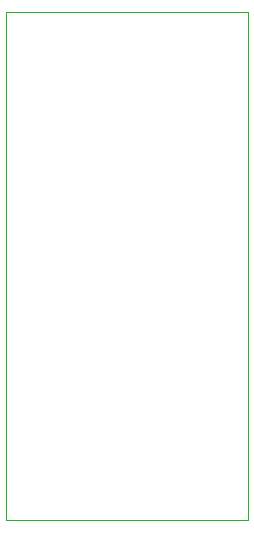
<source format=gm1>
%TF.GenerationSoftware,KiCad,Pcbnew,(6.0.10)*%
%TF.CreationDate,2023-02-16T13:15:27+00:00*%
%TF.ProjectId,hyperram-sm-x1,68797065-7272-4616-9d2d-736d2d78312e,1.0*%
%TF.SameCoordinates,Original*%
%TF.FileFunction,Profile,NP*%
%FSLAX46Y46*%
G04 Gerber Fmt 4.6, Leading zero omitted, Abs format (unit mm)*
G04 Created by KiCad (PCBNEW (6.0.10)) date 2023-02-16 13:15:27*
%MOMM*%
%LPD*%
G01*
G04 APERTURE LIST*
%TA.AperFunction,Profile*%
%ADD10C,0.025400*%
%TD*%
G04 APERTURE END LIST*
D10*
X33000000Y-78000000D02*
X53467000Y-78000000D01*
X33000000Y-35000000D02*
X53467000Y-35000000D01*
X33000000Y-35000000D02*
X33000000Y-78000000D01*
X53467000Y-35000000D02*
X53467000Y-78000000D01*
M02*

</source>
